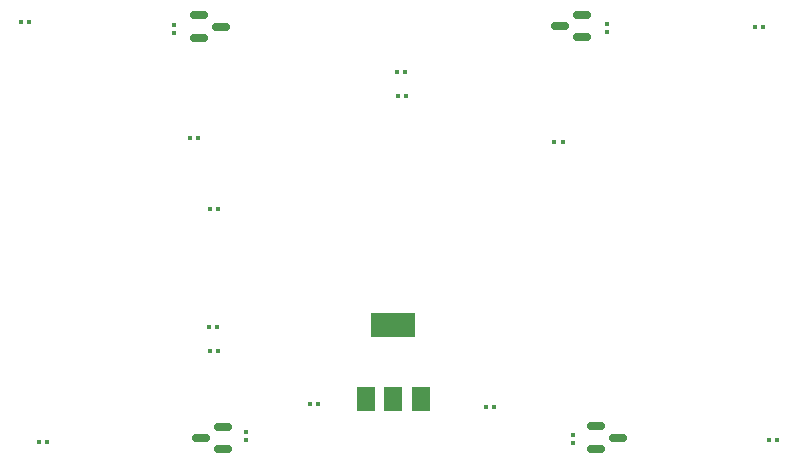
<source format=gbr>
%TF.GenerationSoftware,KiCad,Pcbnew,(6.0.1)*%
%TF.CreationDate,2023-01-18T20:59:41+05:30*%
%TF.ProjectId,drone,64726f6e-652e-46b6-9963-61645f706362,rev?*%
%TF.SameCoordinates,Original*%
%TF.FileFunction,Paste,Top*%
%TF.FilePolarity,Positive*%
%FSLAX46Y46*%
G04 Gerber Fmt 4.6, Leading zero omitted, Abs format (unit mm)*
G04 Created by KiCad (PCBNEW (6.0.1)) date 2023-01-18 20:59:41*
%MOMM*%
%LPD*%
G01*
G04 APERTURE LIST*
G04 Aperture macros list*
%AMRoundRect*
0 Rectangle with rounded corners*
0 $1 Rounding radius*
0 $2 $3 $4 $5 $6 $7 $8 $9 X,Y pos of 4 corners*
0 Add a 4 corners polygon primitive as box body*
4,1,4,$2,$3,$4,$5,$6,$7,$8,$9,$2,$3,0*
0 Add four circle primitives for the rounded corners*
1,1,$1+$1,$2,$3*
1,1,$1+$1,$4,$5*
1,1,$1+$1,$6,$7*
1,1,$1+$1,$8,$9*
0 Add four rect primitives between the rounded corners*
20,1,$1+$1,$2,$3,$4,$5,0*
20,1,$1+$1,$4,$5,$6,$7,0*
20,1,$1+$1,$6,$7,$8,$9,0*
20,1,$1+$1,$8,$9,$2,$3,0*%
G04 Aperture macros list end*
%ADD10RoundRect,0.079500X0.100500X-0.079500X0.100500X0.079500X-0.100500X0.079500X-0.100500X-0.079500X0*%
%ADD11R,1.500000X2.000000*%
%ADD12R,3.800000X2.000000*%
%ADD13RoundRect,0.150000X0.587500X0.150000X-0.587500X0.150000X-0.587500X-0.150000X0.587500X-0.150000X0*%
%ADD14RoundRect,0.079500X-0.079500X-0.100500X0.079500X-0.100500X0.079500X0.100500X-0.079500X0.100500X0*%
%ADD15RoundRect,0.150000X-0.587500X-0.150000X0.587500X-0.150000X0.587500X0.150000X-0.587500X0.150000X0*%
%ADD16RoundRect,0.079500X0.079500X0.100500X-0.079500X0.100500X-0.079500X-0.100500X0.079500X-0.100500X0*%
%ADD17RoundRect,0.079500X-0.100500X0.079500X-0.100500X-0.079500X0.100500X-0.079500X0.100500X0.079500X0*%
G04 APERTURE END LIST*
D10*
%TO.C,R2*%
X153700000Y-98595000D03*
X153700000Y-97905000D03*
%TD*%
D11*
%TO.C,U1*%
X168475000Y-95100000D03*
D12*
X166175000Y-88800000D03*
D11*
X166175000Y-95100000D03*
X163875000Y-95100000D03*
%TD*%
D13*
%TO.C,Q2*%
X151762500Y-99350000D03*
X151762500Y-97450000D03*
X149887500Y-98400000D03*
%TD*%
D14*
%TO.C,LED1*%
X135325000Y-63150000D03*
X134635000Y-63150000D03*
%TD*%
%TO.C,LED2*%
X197997500Y-98550000D03*
X198687500Y-98550000D03*
%TD*%
D15*
%TO.C,Q1*%
X149737500Y-62600000D03*
X149737500Y-64500000D03*
X151612500Y-63550000D03*
%TD*%
D14*
%TO.C,R12*%
X151345000Y-79000000D03*
X150655000Y-79000000D03*
%TD*%
D16*
%TO.C,R9*%
X166450000Y-67375000D03*
X167140000Y-67375000D03*
%TD*%
D14*
%TO.C,R7*%
X150605000Y-91000000D03*
X151295000Y-91000000D03*
%TD*%
D17*
%TO.C,R1*%
X147600000Y-63380000D03*
X147600000Y-64070000D03*
%TD*%
D15*
%TO.C,Q3*%
X183312500Y-97400000D03*
X183312500Y-99300000D03*
X185187500Y-98350000D03*
%TD*%
D17*
%TO.C,R3*%
X181400000Y-98155000D03*
X181400000Y-98845000D03*
%TD*%
D10*
%TO.C,R4*%
X184250000Y-63300000D03*
X184250000Y-63990000D03*
%TD*%
D14*
%TO.C,LED4*%
X197445000Y-63570000D03*
X196755000Y-63570000D03*
%TD*%
%TO.C,R8*%
X150580000Y-89000000D03*
X151270000Y-89000000D03*
%TD*%
%TO.C,R10*%
X167245000Y-69400000D03*
X166555000Y-69400000D03*
%TD*%
%TO.C,C1*%
X174695000Y-95750000D03*
X174005000Y-95750000D03*
%TD*%
D13*
%TO.C,Q4*%
X182112500Y-64450000D03*
X182112500Y-62550000D03*
X180237500Y-63500000D03*
%TD*%
D14*
%TO.C,LED5*%
X149620000Y-73025000D03*
X148930000Y-73025000D03*
%TD*%
%TO.C,R5*%
X180495000Y-73300000D03*
X179805000Y-73300000D03*
%TD*%
%TO.C,LED3*%
X136845000Y-98750000D03*
X136155000Y-98750000D03*
%TD*%
%TO.C,C2*%
X159130000Y-95475000D03*
X159820000Y-95475000D03*
%TD*%
M02*

</source>
